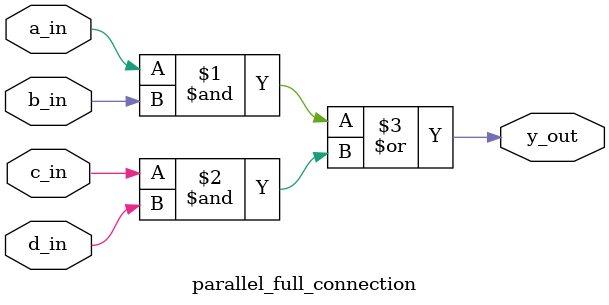
<source format=v>
`timescale 1ns / 1ps


module parallel_full_connection(
    input a_in,
    input b_in,
    input c_in,
    input d_in,
    output y_out
    );
    
    assign y_out = (a_in & b_in) | (c_in & d_in);
    
specify
    if({a_in,b_in}==2'b10)
        (a_in,b_in *> y_out) = 3;
    if({a_in,b_in} != 2'b10)
        (a_in,b_in *> y_out) = 2;
        
    if({c_in,d_in}==2'b10)
        (c_in,d_in *> y_out) = 4;
    if({c_in,d_in} != 2'b10)
        (c_in,d_in *> y_out) = 3;
        
    specparam delay1=1;
    specparam delay2=2;
    specparam delay3=3;
    
    
    if(a_in)
        (a_in=>y_out) = delay2;
    if(~a_in)
        (a_in=>y_out) = delay1;
    /*if(b_in)
        (b_in=>y_out) = delay3;
    if(~b_in)
        (b_in=>y_out) = delay2;
    if(c_in)
        (c_in=>y_out) = delay2;
    if(~c_in)
        (c_in=>y_out) = delay1;
    if(d_in)
        (d_in=>y_out) = delay2;
    if(~d_in)
        (d_in=>y_out) = delay1;*/
endspecify
endmodule

</source>
